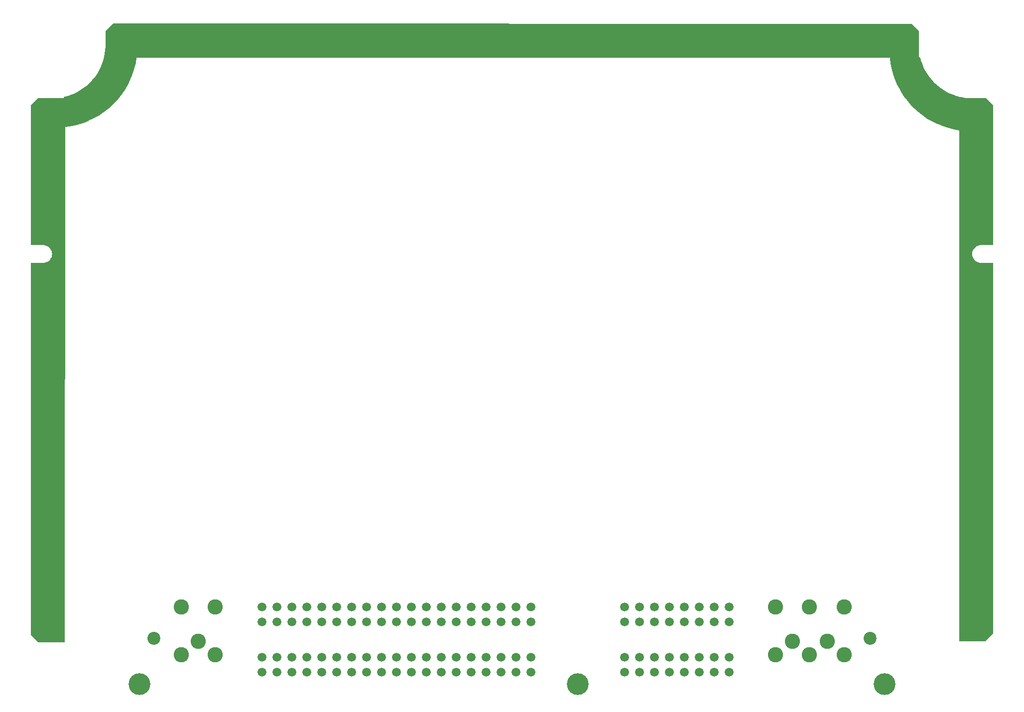
<source format=gts>
G04 #@! TF.GenerationSoftware,KiCad,Pcbnew,8.0.8*
G04 #@! TF.CreationDate,2025-12-05T15:55:18-05:00*
G04 #@! TF.ProjectId,hellen121vag,68656c6c-656e-4313-9231-7661672e6b69,d*
G04 #@! TF.SameCoordinates,PX2b953a0PY6943058*
G04 #@! TF.FileFunction,Soldermask,Top*
G04 #@! TF.FilePolarity,Negative*
%FSLAX46Y46*%
G04 Gerber Fmt 4.6, Leading zero omitted, Abs format (unit mm)*
G04 Created by KiCad (PCBNEW 8.0.8) date 2025-12-05 15:55:18*
%MOMM*%
%LPD*%
G01*
G04 APERTURE LIST*
%ADD10C,2.600000*%
%ADD11C,1.500000*%
%ADD12C,3.700000*%
%ADD13C,2.200000*%
G04 APERTURE END LIST*
D10*
G04 #@! TO.C,P1*
X138448000Y18622000D03*
X132548000Y18622000D03*
X126748000Y18622000D03*
X135548000Y12822000D03*
X129648000Y12822000D03*
X138448000Y10492000D03*
X132548000Y10492000D03*
X126748000Y10492000D03*
D11*
X118918000Y18622000D03*
X116378000Y18622000D03*
X113838000Y18622000D03*
X111298000Y18622000D03*
X108758000Y18622000D03*
X106218000Y18622000D03*
X103678000Y18622000D03*
X101138000Y18622000D03*
X118918000Y16082000D03*
X116378000Y16082000D03*
X113838000Y16082000D03*
X111298000Y16082000D03*
X108758000Y16082000D03*
X106218000Y16082000D03*
X103678000Y16082000D03*
X101138000Y16082000D03*
X118918000Y10032000D03*
X116378000Y10032000D03*
X113838000Y10032000D03*
X111298000Y10032000D03*
X108758000Y10032000D03*
X106218000Y10032000D03*
X103678000Y10032000D03*
X101138000Y10032000D03*
X118918000Y7492000D03*
X116378000Y7492000D03*
X113838000Y7492000D03*
X111298000Y7492000D03*
X108758000Y7492000D03*
X106218000Y7492000D03*
X103678000Y7492000D03*
X101138000Y7492000D03*
X39448000Y7492000D03*
X41988000Y7492000D03*
X44528000Y7492000D03*
X47068000Y7492000D03*
X49608000Y7492000D03*
X52148000Y7492000D03*
X54688000Y7492000D03*
X57228000Y7492000D03*
X59768000Y7492000D03*
X62308000Y7492000D03*
X64848000Y7492000D03*
X67388000Y7492000D03*
X69928000Y7492000D03*
X72468000Y7492000D03*
X75008000Y7492000D03*
X77548000Y7492000D03*
X80088000Y7492000D03*
X82628000Y7492000D03*
X85168000Y7492000D03*
X39448000Y10032000D03*
X41988000Y10032000D03*
X44528000Y10032000D03*
X47068000Y10032000D03*
X49608000Y10032000D03*
X52148000Y10032000D03*
X54688000Y10032000D03*
X57228000Y10032000D03*
X59768000Y10032000D03*
X62308000Y10032000D03*
X64848000Y10032000D03*
X67388000Y10032000D03*
X69928000Y10032000D03*
X72468000Y10032000D03*
X75008000Y10032000D03*
X77548000Y10032000D03*
X80088000Y10032000D03*
X82628000Y10032000D03*
X85168000Y10032000D03*
X39448000Y16082000D03*
X41988000Y16082000D03*
X44528000Y16082000D03*
X47068000Y16082000D03*
X49608000Y16082000D03*
X52148000Y16082000D03*
X54688000Y16082000D03*
X57228000Y16082000D03*
X59768000Y16082000D03*
X62308000Y16082000D03*
X64848000Y16082000D03*
X67388000Y16082000D03*
X69928000Y16082000D03*
X72468000Y16082000D03*
X75008000Y16082000D03*
X77548000Y16082000D03*
X80088000Y16082000D03*
X82628000Y16082000D03*
X85168000Y16082000D03*
X39448000Y18622000D03*
X41988000Y18622000D03*
X44528000Y18622000D03*
X47068000Y18622000D03*
X49608000Y18622000D03*
X52148000Y18622000D03*
X54688000Y18622000D03*
X57228000Y18622000D03*
X59768000Y18622000D03*
X62308000Y18622000D03*
X64848000Y18622000D03*
X67388000Y18622000D03*
X69928000Y18622000D03*
X72468000Y18622000D03*
X75008000Y18622000D03*
X77548000Y18622000D03*
X80088000Y18622000D03*
X82628000Y18622000D03*
X85168000Y18622000D03*
D10*
X31548000Y18622000D03*
X25748000Y18622000D03*
X28648000Y12822000D03*
X31548000Y10492000D03*
X25748000Y10492000D03*
D12*
X18648000Y5492000D03*
X93148000Y5492000D03*
X145348000Y5492000D03*
D13*
X142898000Y13292000D03*
X21098000Y13292000D03*
G04 #@! TD*
G36*
X157926578Y105418042D02*
G01*
X157992825Y105400291D01*
X158044140Y105366967D01*
X158056462Y105334866D01*
X158066287Y105325000D01*
X158325856Y105325000D01*
X158345170Y105323098D01*
X158673544Y105257781D01*
X158673550Y105257780D01*
X159257594Y105180889D01*
X159845432Y105142361D01*
X159845442Y105142360D01*
X160140022Y105140001D01*
X162544779Y105140001D01*
X162602970Y105121094D01*
X162614783Y105111005D01*
X163771004Y103954784D01*
X163798781Y103900267D01*
X163800000Y103884780D01*
X163800000Y80249001D01*
X163781093Y80190810D01*
X163731593Y80154846D01*
X163701000Y80150001D01*
X161700005Y80150001D01*
X161575916Y80147439D01*
X161331144Y80106594D01*
X161096420Y80026014D01*
X160878170Y79907902D01*
X160878167Y79907900D01*
X160682339Y79755481D01*
X160514259Y79572898D01*
X160378527Y79365143D01*
X160278842Y79137885D01*
X160217921Y78897314D01*
X160197429Y78650000D01*
X160217921Y78402687D01*
X160278842Y78162116D01*
X160378527Y77934858D01*
X160514259Y77727103D01*
X160682339Y77544520D01*
X160878167Y77392101D01*
X160878170Y77392099D01*
X161096420Y77273987D01*
X161331144Y77193407D01*
X161575917Y77152562D01*
X161700003Y77150001D01*
X163701000Y77150001D01*
X163759191Y77131094D01*
X163795155Y77081594D01*
X163800000Y77051001D01*
X163800000Y14214430D01*
X163781093Y14156239D01*
X163772892Y14146367D01*
X162504095Y12806178D01*
X162450359Y12776920D01*
X162431650Y12775243D01*
X158098028Y12799454D01*
X158039944Y12818686D01*
X158004257Y12868386D01*
X157999581Y12898452D01*
X157999973Y99677146D01*
X157882246Y99697328D01*
X157828087Y99725796D01*
X157801004Y99780661D01*
X157799974Y99794905D01*
X157799999Y105313845D01*
X157802481Y105335874D01*
X157804437Y105344444D01*
X157835819Y105396969D01*
X157892080Y105421016D01*
X157926578Y105418042D01*
G37*
G36*
X151134191Y112275893D02*
G01*
X151170155Y112226393D01*
X151175000Y112195800D01*
X151175000Y112094801D01*
X151175001Y112094800D01*
X151297000Y112094800D01*
X151355191Y112075893D01*
X151391155Y112026393D01*
X151392627Y112021423D01*
X151525183Y111526715D01*
X151714544Y110968880D01*
X151939985Y110424617D01*
X151939990Y110424606D01*
X152200539Y109896265D01*
X152495089Y109386091D01*
X152495093Y109386084D01*
X152822383Y108896261D01*
X153180982Y108428925D01*
X153181010Y108428892D01*
X153569408Y107986007D01*
X153569427Y107985987D01*
X153985985Y107569429D01*
X153986005Y107569410D01*
X154428891Y107181011D01*
X154428924Y107180983D01*
X154896260Y106822384D01*
X155386079Y106495097D01*
X155386093Y106495088D01*
X155896269Y106200538D01*
X156424605Y105939992D01*
X156424616Y105939987D01*
X156968883Y105714543D01*
X157526709Y105525187D01*
X157992825Y105400291D01*
X158044139Y105366967D01*
X158056461Y105334866D01*
X158066287Y105325000D01*
X158166877Y105325000D01*
X158225068Y105306093D01*
X158261032Y105256593D01*
X158265876Y105225589D01*
X158242865Y99680127D01*
X158240292Y99658109D01*
X158227772Y99604284D01*
X158208490Y99564666D01*
X158181031Y99530526D01*
X158146480Y99503204D01*
X158141566Y99500862D01*
X158080902Y99492894D01*
X158027140Y99522106D01*
X158000816Y99577339D01*
X157999973Y99590232D01*
X157999973Y99677146D01*
X157171175Y99819225D01*
X157164503Y99820607D01*
X156245492Y100044151D01*
X156240180Y100045601D01*
X155421279Y100293752D01*
X155414451Y100296096D01*
X154770007Y100543960D01*
X154765675Y100545745D01*
X154144431Y100819092D01*
X154141262Y100820553D01*
X153420611Y101168453D01*
X153415115Y101171322D01*
X152621972Y101617465D01*
X152613901Y101622532D01*
X151794678Y102193506D01*
X151791050Y102196158D01*
X151046345Y102767098D01*
X151039551Y102772808D01*
X150419346Y103343397D01*
X150416371Y103346250D01*
X149720991Y104041630D01*
X149714941Y104048256D01*
X149095063Y104792110D01*
X149090775Y104797642D01*
X148643860Y105418357D01*
X148641829Y105421288D01*
X148194599Y106092133D01*
X148191220Y106097575D01*
X147818963Y106742820D01*
X147816781Y106746810D01*
X147444551Y107466455D01*
X147441347Y107473274D01*
X147093642Y108292864D01*
X147092083Y108296767D01*
X146719695Y109289802D01*
X146716494Y109299974D01*
X146468760Y110266136D01*
X146467164Y110273520D01*
X146318183Y111117747D01*
X146317545Y111121868D01*
X146217958Y111868765D01*
X146217695Y111870917D01*
X146206131Y111975000D01*
X146093834Y111975000D01*
X146035643Y111993907D01*
X145999679Y112043407D01*
X145995474Y112085236D01*
X146001581Y112138695D01*
X146016197Y112180260D01*
X146039566Y112217324D01*
X146070767Y112248429D01*
X146110399Y112273247D01*
X146146434Y112286955D01*
X146184626Y112293414D01*
X146201134Y112294800D01*
X151076000Y112294800D01*
X151134191Y112275893D01*
G37*
G36*
X6010874Y105372518D02*
G01*
X6064745Y105360223D01*
X6104444Y105341105D01*
X6138700Y105313786D01*
X6166169Y105279341D01*
X6187684Y105234665D01*
X6196867Y105202782D01*
X6199377Y105180480D01*
X6199998Y105169381D01*
X6198682Y100363141D01*
X6179759Y100304955D01*
X6130249Y100269005D01*
X6112766Y100265036D01*
X6001098Y100250147D01*
X5998893Y100249879D01*
X5998652Y100249853D01*
X5998651Y100249852D01*
X5975000Y13824987D01*
X5975000Y12749002D01*
X5956093Y12690811D01*
X5906593Y12654847D01*
X5876000Y12650002D01*
X1455221Y12650001D01*
X1397030Y12668908D01*
X1385217Y12678997D01*
X220281Y13843933D01*
X192504Y13898450D01*
X191285Y13913946D01*
X197315Y77051009D01*
X216228Y77109198D01*
X265731Y77145158D01*
X296315Y77150000D01*
X2300018Y77150000D01*
X2424098Y77152408D01*
X2424104Y77152409D01*
X2668915Y77193234D01*
X2668925Y77193237D01*
X2903680Y77273804D01*
X2903681Y77273805D01*
X3121984Y77391921D01*
X3317858Y77544356D01*
X3317865Y77544362D01*
X3485977Y77726961D01*
X3621736Y77934735D01*
X3621742Y77934747D01*
X3721449Y78162038D01*
X3782383Y78402640D01*
X3782384Y78402645D01*
X3802881Y78650000D01*
X3782384Y78897356D01*
X3782383Y78897361D01*
X3721449Y79137963D01*
X3621742Y79365254D01*
X3621736Y79365266D01*
X3485977Y79573040D01*
X3317865Y79755639D01*
X3317858Y79755645D01*
X3121984Y79908080D01*
X2903681Y80026196D01*
X2903680Y80026197D01*
X2668925Y80106764D01*
X2668915Y80106767D01*
X2424104Y80147592D01*
X2424098Y80147593D01*
X2300018Y80150000D01*
X296620Y80150000D01*
X238429Y80168907D01*
X202465Y80218407D01*
X197620Y80249009D01*
X199876Y103884666D01*
X218789Y103942855D01*
X228873Y103954661D01*
X1385219Y105111004D01*
X1439735Y105138781D01*
X1455222Y105140000D01*
X3859962Y105140000D01*
X4154562Y105142411D01*
X4648545Y105174788D01*
X4655020Y105175000D01*
X5774999Y105175000D01*
X5775000Y105175001D01*
X5775000Y105265807D01*
X5793907Y105323998D01*
X5843407Y105359962D01*
X5854687Y105362905D01*
X5905824Y105373076D01*
X5905885Y105372767D01*
X5925231Y105375000D01*
X5988846Y105375000D01*
X6010874Y105372518D01*
G37*
G36*
X149884564Y117800232D02*
G01*
X149942751Y117781314D01*
X149954550Y117771236D01*
X151111004Y116614783D01*
X151138781Y116560266D01*
X151140000Y116544779D01*
X151140000Y114140023D01*
X151142358Y113845443D01*
X151142359Y113845433D01*
X151174788Y113350670D01*
X151175000Y113344195D01*
X151175000Y112094801D01*
X151175001Y112094800D01*
X151276000Y112094800D01*
X151334191Y112075893D01*
X151370155Y112026393D01*
X151375000Y111995800D01*
X151375000Y111986154D01*
X151372518Y111964124D01*
X151360222Y111910252D01*
X151341104Y111870555D01*
X151313785Y111836299D01*
X151279341Y111808831D01*
X151234660Y111787313D01*
X151202785Y111778130D01*
X151180518Y111775622D01*
X151169437Y111775000D01*
X146317138Y111775000D01*
X146258947Y111793907D01*
X146222983Y111843407D01*
X146219009Y111860898D01*
X146217961Y111868747D01*
X146217695Y111870917D01*
X146206131Y111975000D01*
X18182857Y111975000D01*
X18162675Y111857272D01*
X18134207Y111803113D01*
X18079342Y111776030D01*
X18065098Y111775000D01*
X12670311Y111775000D01*
X12612120Y111793907D01*
X12576156Y111843407D01*
X12574684Y111899623D01*
X12627241Y112095771D01*
X12742168Y112673552D01*
X12742169Y112673558D01*
X12819061Y113257614D01*
X12857589Y113845437D01*
X12860000Y114140038D01*
X12860000Y116544778D01*
X12878907Y116602969D01*
X12888996Y116614782D01*
X14069926Y117795712D01*
X14124443Y117823489D01*
X14139948Y117824708D01*
X149884564Y117800232D01*
G37*
G36*
X18189673Y112275044D02*
G01*
X18211691Y112272471D01*
X18265516Y112259951D01*
X18305134Y112240669D01*
X18339274Y112213210D01*
X18366600Y112178651D01*
X18386104Y112137718D01*
X18395699Y112097634D01*
X18396233Y112076501D01*
X18378802Y112017851D01*
X18330226Y111980648D01*
X18297265Y111975000D01*
X18182857Y111975000D01*
X18050575Y111203354D01*
X18049193Y111196682D01*
X17825649Y110277672D01*
X17824199Y110272360D01*
X17576048Y109453459D01*
X17573704Y109446631D01*
X17325840Y108802187D01*
X17324055Y108797855D01*
X17050708Y108176611D01*
X17049247Y108173442D01*
X16701347Y107452791D01*
X16698478Y107447295D01*
X16252335Y106654152D01*
X16247268Y106646081D01*
X15676294Y105826858D01*
X15673642Y105823230D01*
X15102702Y105078525D01*
X15096992Y105071731D01*
X14526403Y104451525D01*
X14523550Y104448550D01*
X13828170Y103753170D01*
X13821544Y103747120D01*
X13077690Y103127243D01*
X13072158Y103122955D01*
X12451443Y102676040D01*
X12448512Y102674009D01*
X11777667Y102226779D01*
X11772225Y102223400D01*
X11126980Y101851143D01*
X11122990Y101848961D01*
X10403345Y101476731D01*
X10396526Y101473527D01*
X9576936Y101125822D01*
X9573033Y101124263D01*
X8579998Y100751875D01*
X8569826Y100748674D01*
X7603664Y100500940D01*
X7596280Y100499344D01*
X6752052Y100350363D01*
X6747931Y100349725D01*
X6001098Y100250147D01*
X5998893Y100249879D01*
X5998653Y100249853D01*
X5998652Y100249852D01*
X5998620Y100137198D01*
X5979696Y100079012D01*
X5930186Y100043063D01*
X5910554Y100038832D01*
X5808173Y100027455D01*
X5786002Y100027489D01*
X5731103Y100033761D01*
X5689539Y100048377D01*
X5652475Y100071746D01*
X5621370Y100102947D01*
X5596552Y100142579D01*
X5582844Y100178616D01*
X5576386Y100216807D01*
X5575000Y100233313D01*
X5575000Y105076000D01*
X5593907Y105134191D01*
X5643407Y105170155D01*
X5674000Y105175000D01*
X5774999Y105175000D01*
X5775000Y105175001D01*
X5775000Y105265807D01*
X5793907Y105323998D01*
X5843407Y105359962D01*
X5854687Y105362905D01*
X5904225Y105372759D01*
X6473270Y105525233D01*
X7031102Y105714593D01*
X7575362Y105940033D01*
X7575373Y105940038D01*
X8103700Y106200580D01*
X8613879Y106495131D01*
X8613893Y106495140D01*
X9103687Y106822410D01*
X9103717Y106822431D01*
X9571043Y107181023D01*
X9571076Y107181051D01*
X10013959Y107569447D01*
X10013979Y107569466D01*
X10430534Y107986021D01*
X10430553Y107986041D01*
X10818949Y108428924D01*
X10818977Y108428957D01*
X11177569Y108896283D01*
X11177590Y108896313D01*
X11504860Y109386107D01*
X11504869Y109386121D01*
X11799420Y109896300D01*
X12059962Y110424626D01*
X12059967Y110424637D01*
X12285407Y110968897D01*
X12474767Y111526729D01*
X12627241Y112095774D01*
X12651540Y112217933D01*
X12681436Y112271318D01*
X12737001Y112296934D01*
X12749049Y112297619D01*
X18189673Y112275044D01*
G37*
M02*

</source>
